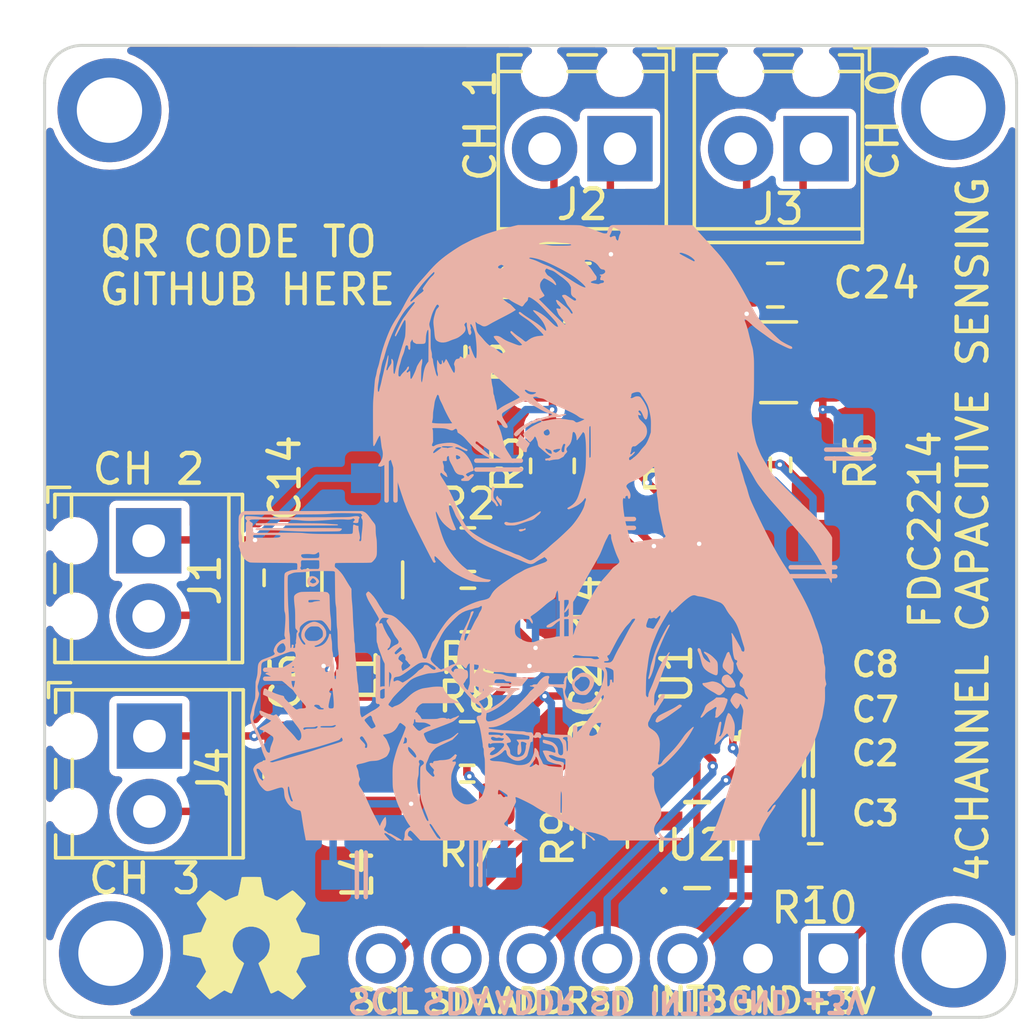
<source format=kicad_pcb>
(kicad_pcb (version 20221018) (generator pcbnew)
  (layers (0 "F.Cu" signal) (31 "B.Cu" signal) (34 "B.Paste" user) (35 "F.Paste" user) (36 "B.SilkS" user "B.Silkscreen") (37 "F.SilkS" user "F.Silkscreen") (38 "B.Mask" user) (39 "F.Mask" user) (44 "Edge.Cuts" user))
  (net 0 "")
  (net 1 "In2A")
  (net 2 "GND")
  (net 3 "VDD")
  (net 4 "In2B")
  (net 5 "Net-(J1-Pin_2)")
  (net 6 "Net-(J4-Pin_2)")
  (net 7 "Net-(J4-Pin_1)")
  (net 8 "In3A")
  (net 9 "In3B")
  (net 10 "Net-(J1-Pin_1)")
  (net 11 "In1A")
  (net 12 "In1B")
  (net 13 "Net-(J2-Pin_2)")
  (net 14 "Net-(J2-Pin_1)")
  (net 15 "In0A")
  (net 16 "In0B")
  (net 17 "Net-(J3-Pin_2)")
  (net 18 "Net-(J3-Pin_1)")
  (net 19 "INTB")
  (net 20 "SD")
  (net 21 "ADDR")
  (net 22 "SDA")
  (net 23 "SCL")
  (net 24 "Net-(U2-EOH)")
  (net 25 "Net-(U1-CLKIN)")
  (net 26 "Crystal_Out")
  (footprint "Resistor_SMD:R_0805_2012Metric_Pad1.20x1.40mm_HandSolder" (layer "F.Cu") (at 178.2646 126.0298 180)
    (fp_text reference "R7" (at 0 -1.6052) (layer "F.SilkS"))
    (fp_text value "0")
    (pad "1" smd roundrect (at -1 0 180) (size 1.2 1.4) (layers "F.Cu" "F.Paste" "F.Mask") (roundrect_rratio 0.2083333333) (net 8 "In3A"))
    (pad "2" smd roundrect (at 1 0 180) (size 1.2 1.4) (layers "F.Cu" "F.Paste" "F.Mask") (roundrect_rratio 0.2083333333) (net 6 "Net-(J4-Pin_2)"))
  )
  (footprint "TerminalBlock_Phoenix:TerminalBlock_Phoenix_MPT-0,5-2-2.54_1x02_P2.54mm_Horizontal" (layer "F.Cu") (at 167.5638 123.7488 -90)
    (fp_text reference "J4" (at 1.2242 -2.1516 90) (layer "F.SilkS"))
    (fp_text value "Sensor_3")
    (pad "" np_thru_hole circle (at 0 2.54 270) (size 1.1 1.1) (drill 1.1) (layers "*.Cu" "*.Mask"))
    (pad "" np_thru_hole circle (at 2.54 2.54 270) (size 1.1 1.1) (drill 1.1) (layers "*.Cu" "*.Mask"))
    (pad "1" thru_hole rect (at 0 0 270) (size 2.2 2.2) (drill 1.1) (layers "*.Cu" "*.Mask") (net 7 "Net-(J4-Pin_1)"))
    (pad "2" thru_hole circle (at 2.54 0 270) (size 2.2 2.2) (drill 1.1) (layers "*.Cu" "*.Mask") (net 6 "Net-(J4-Pin_2)"))
  )
  (footprint "PCM_4ms_Capacitor:C_0603" (layer "F.Cu") (at 189.7634 121.3104 180)
    (fp_text reference "C8" (at -2.2488 -0.0254) (layer "F.SilkS") (effects (font (size 0.8 0.8))))
    (fp_text value "0.01uf" hide)
    (pad "1" smd rect (at -0.85 0 180) (size 1 1) (layers "F.Cu" "F.Paste" "F.Mask") (net 2 "GND"))
    (pad "2" smd rect (at 0.85 0 180) (size 1 1) (layers "F.Cu" "F.Paste" "F.Mask") (net 3 "VDD"))
  )
  (footprint "PCM_4ms_Capacitor:C_0603" (layer "F.Cu") (at 189.7614 124.3408 180)
    (fp_text reference "C2" (at -2.2508 0.0078) (layer "F.SilkS") (effects (font (size 0.8 0.8))))
    (fp_text value "1uf" hide)
    (pad "1" smd rect (at -0.85 0 180) (size 1 1) (layers "F.Cu" "F.Paste" "F.Mask") (net 2 "GND"))
    (pad "2" smd rect (at 0.85 0 180) (size 1 1) (layers "F.Cu" "F.Paste" "F.Mask") (net 3 "VDD"))
  )
  (footprint "Resistor_SMD:R_0805_2012Metric_Pad1.20x1.40mm_HandSolder" (layer "F.Cu") (at 178.29 117.47 180)
    (fp_text reference "R2" (at 0.0328 1.5444) (layer "F.SilkS"))
    (fp_text value "0")
    (pad "1" smd roundrect (at -1 0 180) (size 1.2 1.4) (layers "F.Cu" "F.Paste" "F.Mask") (roundrect_rratio 0.2083333333) (net 4 "In2B"))
    (pad "2" smd roundrect (at 1 0 180) (size 1.2 1.4) (layers "F.Cu" "F.Paste" "F.Mask") (roundrect_rratio 0.2083333333) (net 10 "Net-(J1-Pin_1)"))
  )
  (footprint "TerminalBlock_Phoenix:TerminalBlock_Phoenix_MPT-0,5-2-2.54_1x02_P2.54mm_Horizontal" (layer "F.Cu") (at 167.5384 117.1702 -90)
    (fp_text reference "J1" (at 1.3208 -1.905 90) (layer "F.SilkS"))
    (fp_text value "Sensor_2")
    (pad "" np_thru_hole circle (at 0 2.54 270) (size 1.1 1.1) (drill 1.1) (layers "*.Cu" "*.Mask"))
    (pad "" np_thru_hole circle (at 2.54 2.54 270) (size 1.1 1.1) (drill 1.1) (layers "*.Cu" "*.Mask"))
    (pad "1" thru_hole rect (at 0 0 270) (size 2.2 2.2) (drill 1.1) (layers "*.Cu" "*.Mask") (net 10 "Net-(J1-Pin_1)"))
    (pad "2" thru_hole circle (at 2.54 0 270) (size 2.2 2.2) (drill 1.1) (layers "*.Cu" "*.Mask") (net 5 "Net-(J1-Pin_2)"))
  )
  (footprint "Capacitor_SMD:C_0805_2012Metric_Pad1.18x1.45mm_HandSolder" (layer "F.Cu") (at 172.1612 118.4148 90)
    (fp_text reference "C14" (at 3.3478 -0.0328 90) (layer "F.SilkS"))
    (fp_text value "33pF")
    (pad "1" smd roundrect (at -1.0375 0 90) (size 1.175 1.45) (layers "F.Cu" "F.Paste" "F.Mask") (roundrect_rratio 0.2127659574) (net 5 "Net-(J1-Pin_2)"))
    (pad "2" smd roundrect (at 1.0375 0 90) (size 1.175 1.45) (layers "F.Cu" "F.Paste" "F.Mask") (roundrect_rratio 0.2127659574) (net 10 "Net-(J1-Pin_1)"))
  )
  (footprint "MountingHole:MountingHole_2.2mm_M2_ISO7380_Pad" (layer "F.Cu") (at 166.2684 131.064)
    (fp_text reference "REF**" hide)
    (fp_text value "MountingHole_2.2mm_M2_ISO7380_Pad" hide)
    (pad "1" thru_hole circle (at 0 0) (size 3.5 3.5) (drill 2.2) (layers "*.Cu" "*.Mask"))
  )
  (footprint "Connector_PinHeader_2.54mm:PinHeader_1x07_P2.54mm_Vertical" (layer "F.Cu") (at 190.6016 131.2418 -90)
    (fp_text reference "J5" hide)
    (fp_text value "I/O")
    (pad "1" thru_hole rect (at 0 0 270) (size 1.7 1.7) (drill 1) (layers "*.Cu" "*.Mask") (net 3 "VDD"))
    (pad "2" thru_hole oval (at 0 2.54 270) (size 1.7 1.7) (drill 1) (layers "*.Cu" "*.Mask") (net 2 "GND"))
    (pad "3" thru_hole oval (at 0 5.08 270) (size 1.7 1.7) (drill 1) (layers "*.Cu" "*.Mask") (net 19 "INTB"))
    (pad "4" thru_hole oval (at 0 7.62 270) (size 1.7 1.7) (drill 1) (layers "*.Cu" "*.Mask") (net 20 "SD"))
    (pad "5" thru_hole oval (at 0 10.16 270) (size 1.7 1.7) (drill 1) (layers "*.Cu" "*.Mask") (net 21 "ADDR"))
    (pad "6" thru_hole oval (at 0 12.7 270) (size 1.7 1.7) (drill 1) (layers "*.Cu" "*.Mask") (net 22 "SDA"))
    (pad "7" thru_hole oval (at 0 15.24 270) (size 1.7 1.7) (drill 1) (layers "*.Cu" "*.Mask") (net 23 "SCL"))
  )
  (footprint "Capacitor_SMD:C_0805_2012Metric_Pad1.18x1.45mm_HandSolder" (layer "F.Cu") (at 188.6458 108.5596)
    (fp_text reference "C24" (at 3.4036 -0.0762) (layer "F.SilkS"))
    (fp_text value "33pF")
    (pad "1" smd roundrect (at -1.0375 0) (size 1.175 1.45) (layers "F.Cu" "F.Paste" "F.Mask") (roundrect_rratio 0.2127659574) (net 17 "Net-(J3-Pin_2)"))
    (pad "2" smd roundrect (at 1.0375 0) (size 1.175 1.45) (layers "F.Cu" "F.Paste" "F.Mask") (roundrect_rratio 0.2127659574) (net 18 "Net-(J3-Pin_1)"))
  )
  (footprint "MountingHole:MountingHole_2.2mm_M2_ISO7380_Pad" (layer "F.Cu") (at 166.2176 102.6668)
    (fp_text reference "REF**" hide)
    (fp_text value "MountingHole_2.2mm_M2_ISO7380_Pad" hide)
    (pad "1" thru_hole circle (at 0 0) (size 3.5 3.5) (drill 2.2) (layers "*.Cu" "*.Mask"))
  )
  (footprint "FDC2214:RGH0016A" (layer "F.Cu") (at 185.318403 121.6492 90)
    (fp_text reference "U1" (at 0 0 90 unlocked) (layer "F.SilkS"))
    (fp_text value "FDC2214RGHT" hide)
    (fp_text user "FDC2214" (at 0 -3.048003 90 unlocked) (layer "F.SilkS"))
    (pad "1" smd rect (at -1.899999 -0.750001 180) (size 0.249999 0.599999) (layers "F.Cu" "F.Paste" "F.Mask") (net 23 "SCL"))
    (pad "2" smd rect (at -1.899999 -0.250002 180) (size 0.249999 0.599999) (layers "F.Cu" "F.Paste" "F.Mask") (net 22 "SDA"))
    (pad "3" smd rect (at -1.899999 0.25 180) (size 0.249999 0.599999) (layers "F.Cu" "F.Paste" "F.Mask") (net 25 "Net-(U1-CLKIN)"))
    (pad "4" smd rect (at -1.899999 0.749998 180) (size 0.249999 0.599999) (layers "F.Cu" "F.Paste" "F.Mask") (net 21 "ADDR"))
    (pad "5" smd rect (at -0.749998 1.899999 90) (size 0.249999 0.599999) (layers "F.Cu" "F.Paste" "F.Mask") (net 19 "INTB"))
    (pad "6" smd rect (at -0.25 1.899999 90) (size 0.249999 0.599999) (layers "F.Cu" "F.Paste" "F.Mask") (net 20 "SD"))
    (pad "7" smd rect (at 0.250002 1.899999 90) (size 0.249999 0.599999) (layers "F.Cu" "F.Paste" "F.Mask") (net 3 "VDD"))
    (pad "8" smd rect (at 0.750001 1.899999 90) (size 0.249999 0.599999) (layers "F.Cu" "F.Paste" "F.Mask") (net 2 "GND"))
    (pad "9" smd rect (at 1.900001 0.749998 180) (size 0.249999 0.599999) (layers "F.Cu" "F.Paste" "F.Mask") (net 15 "In0A"))
    (pad "10" smd rect (at 1.900001 0.25 180) (size 0.249999 0.599999) (layers "F.Cu" "F.Paste" "F.Mask") (net 16 "In0B"))
    (pad "11" smd rect (at 1.900001 -0.250002 180) (size 0.249999 0.599999) (layers "F.Cu" "F.Paste" "F.Mask") (net 11 "In1A"))
    (pad "12" smd rect (at 1.900001 -0.750001 180) (size 0.249999 0.599999) (layers "F.Cu" "F.Paste" "F.Mask") (net 12 "In1B"))
    (pad "13" smd rect (at 0.750001 -1.900001 90) (size 0.249999 0.599999) (layers "F.Cu" "F.Paste" "F.Mask") (net 1 "In2A"))
    (pad "14" smd rect (at 0.250002 -1.900001 90) (size 0.249999 0.599999) (layers "F.Cu" "F.Paste" "F.Mask") (net 4 "In2B"))
    (pad "15" smd rect (at -0.25 -1.900001 90) (size 0.249999 0.599999) (layers "F.Cu" "F.Paste" "F.Mask") (net 8 "In3A"))
    (pad "16" smd rect (at -0.749998 -1.900001 90) (size 0.249999 0.599999) (layers "F.Cu" "F.Paste" "F.Mask") (net 9 "In3B"))
    (pad "17" smd rect (at 0 -0.000003 90) (size 2.6 2.6) (layers "F.Cu" "F.Mask") (net 2 "GND"))
  )
  (footprint "Symbol:OSHW-Logo2_7.3x6mm_SilkScreen" (layer "F.Cu") (at 170.9928 131.252686)
    (fp_text reference "REF**" hide)
    (fp_text value "OSHW-Logo2_7.3x6mm_SilkScreen" hide)
  )
  (footprint "Resistor_SMD:R_0805_2012Metric_Pad1.20x1.40mm_HandSolder" (layer "F.Cu") (at 178.2646 123.9978 180)
    (fp_text reference "R8" (at 0.0074 1.5698) (layer "F.SilkS"))
    (fp_text value "0")
    (pad "1" smd roundrect (at -1 0 180) (size 1.2 1.4) (layers "F.Cu" "F.Paste" "F.Mask") (roundrect_rratio 0.2083333333) (net 9 "In3B"))
    (pad "2" smd roundrect (at 1 0 180) (size 1.2 1.4) (layers "F.Cu" "F.Paste" "F.Mask") (roundrect_rratio 0.2083333333) (net 7 "Net-(J4-Pin_1)"))
  )
  (footprint "Resistor_SMD:R_0805_2012Metric_Pad1.20x1.40mm_HandSolder" (layer "F.Cu") (at 181.1385 114.6462 90)
    (fp_text reference "R3" (at 0.0668 -1.5097 90) (layer "F.SilkS"))
    (fp_text value "0")
    (pad "1" smd roundrect (at -1 0 90) (size 1.2 1.4) (layers "F.Cu" "F.Paste" "F.Mask") (roundrect_rratio 0.2083333333) (net 11 "In1A"))
    (pad "2" smd roundrect (at 1 0 90) (size 1.2 1.4) (layers "F.Cu" "F.Paste" "F.Mask") (roundrect_rratio 0.2083333333) (net 13 "Net-(J2-Pin_2)"))
  )
  (footprint "TerminalBlock_Phoenix:TerminalBlock_Phoenix_MPT-0,5-2-2.54_1x02_P2.54mm_Horizontal" (layer "F.Cu") (at 190.0174 103.9622 180)
    (fp_text reference "J3" (at 1.27 -2.032) (layer "F.SilkS"))
    (fp_text value "Sensor_0")
    (pad "" np_thru_hole circle (at 0 2.54 180) (size 1.1 1.1) (drill 1.1) (layers "*.Cu" "*.Mask"))
    (pad "" np_thru_hole circle (at 2.54 2.54 180) (size 1.1 1.1) (drill 1.1) (layers "*.Cu" "*.Mask"))
    (pad "1" thru_hole rect (at 0 0 180) (size 2.2 2.2) (drill 1.1) (layers "*.Cu" "*.Mask") (net 18 "Net-(J3-Pin_1)"))
    (pad "2" thru_hole circle (at 2.54 0 180) (size 2.2 2.2) (drill 1.1) (layers "*.Cu" "*.Mask") (net 17 "Net-(J3-Pin_2)"))
  )
  (footprint "Capacitor_SMD:C_0805_2012Metric_Pad1.18x1.45mm_HandSolder" (layer "F.Cu") (at 182.1434 108.5596)
    (fp_text reference "C19" (at -3.4249 -0.0574) (layer "F.SilkS"))
    (fp_text value "33pF")
    (pad "1" smd roundrect (at -1.0375 0) (size 1.175 1.45) (layers "F.Cu" "F.Paste" "F.Mask") (roundrect_rratio 0.2127659574) (net 13 "Net-(J2-Pin_2)"))
    (pad "2" smd roundrect (at 1.0375 0) (size 1.175 1.45) (layers "F.Cu" "F.Paste" "F.Mask") (roundrect_rratio 0.2127659574) (net 14 "Net-(J2-Pin_1)"))
  )
  (footprint "TerminalBlock_Phoenix:TerminalBlock_Phoenix_MPT-0,5-2-2.54_1x02_P2.54mm_Horizontal" (layer "F.Cu") (at 183.4134 103.9622 180)
    (fp_text reference "J2" (at 1.27 -1.8796 180) (layer "F.SilkS"))
    (fp_text value "Sensor_1")
    (pad "" np_thru_hole circle (at 0 2.54 180) (size 1.1 1.1) (drill 1.1) (layers "*.Cu" "*.Mask"))
    (pad "" np_thru_hole circle (at 2.54 2.54 180) (size 1.1 1.1) (drill 1.1) (layers "*.Cu" "*.Mask"))
    (pad "1" thru_hole rect (at 0 0 180) (size 2.2 2.2) (drill 1.1) (layers "*.Cu" "*.Mask") (net 14 "Net-(J2-Pin_1)"))
    (pad "2" thru_hole circle (at 2.54 0 180) (size 2.2 2.2) (drill 1.1) (layers "*.Cu" "*.Mask") (net 13 "Net-(J2-Pin_2)"))
  )
  (footprint "Resistor_SMD:R_0805_2012Metric_Pad1.20x1.40mm_HandSolder" (layer "F.Cu") (at 178.29 119.502 180)
    (fp_text reference "R1" (at -0.018 -1.6306) (layer "F.SilkS"))
    (fp_text value "0")
    (pad "1" smd roundrect (at -1 0 180) (size 1.2 1.4) (layers "F.Cu" "F.Paste" "F.Mask") (roundrect_rratio 0.2083333333) (net 1 "In2A"))
    (pad "2" smd roundrect (at 1 0 180) (size 1.2 1.4) (layers "F.Cu" "F.Paste" "F.Mask") (roundrect_rratio 0.2083333333) (net 5 "Net-(J1-Pin_2)"))
  )
  (footprint "Resistor_SMD:R_0805_2012Metric_Pad1.20x1.40mm_HandSolder" (layer "F.Cu") (at 189.9015 114.6114 90)
    (fp_text reference "R6" (at 0.1336 1.6145 90) (layer "F.SilkS"))
    (fp_text value "0")
    (pad "1" smd roundrect (at -1 0 90) (size 1.2 1.4) (layers "F.Cu" "F.Paste" "F.Mask") (roundrect_rratio 0.2083333333) (net 16 "In0B"))
    (pad "2" smd roundrect (at 1 0 90) (size 1.2 1.4) (layers "F.Cu" "F.Paste" "F.Mask") (roundrect_rratio 0.2083333333) (net 18 "Net-(J3-Pin_1)"))
  )
  (footprint "Capacitor_SMD:C_0805_2012Metric_Pad1.18x1.45mm_HandSolder" (layer "F.Cu") (at 172.1612 124.8879 90)
    (fp_text reference "C6" (at 2.9668 -0.0074 90) (layer "F.SilkS"))
    (fp_text value "33pF")
    (pad "1" smd roundrect (at -1.0375 0 90) (size 1.175 1.45) (layers "F.Cu" "F.Paste" "F.Mask") (roundrect_rratio 0.2127659574) (net 6 "Net-(J4-Pin_2)"))
    (pad "2" smd roundrect (at 1.0375 0 90) (size 1.175 1.45) (layers "F.Cu" "F.Paste" "F.Mask") (roundrect_rratio 0.2127659574) (net 7 "Net-(J4-Pin_1)"))
  )
  (footprint "625L3C040M00000:IC_625L3C040M00000_CTS-M" (layer "F.Cu") (at 186.01 127.42)
    (fp_text reference "U2" (at 0 0 unlocked) (layer "F.SilkS"))
    (fp_text value "625L3C040M00000")
    (pad "1" smd rect (at -0.9906 -0.8125) (size 0.9906 0.635) (layers "F.Cu" "F.Paste" "F.Mask") (net 24 "Net-(U2-EOH)"))
    (pad "2" smd rect (at -0.9906 0.8125) (size 0.9906 0.635) (layers "F.Cu" "F.Paste" "F.Mask") (net 2 "GND"))
    (pad "3" smd rect (at 0.9906 0.8125) (size 0.9906 0.635) (layers "F.Cu" "F.Paste" "F.Mask") (net 26 "Crystal_Out"))
    (pad "4" smd rect (at 0.9906 -0.8125) (size 0.9906 0.635) (layers "F.Cu" "F.Paste" "F.Mask") (net 3 "VDD"))
  )
  (footprint "Resistor_SMD:R_0805_2012Metric_Pad1.20x1.40mm_HandSolder" (layer "F.Cu") (at 183.1705 114.6462 90)
    (fp_text reference "R4" (at 0.016 1.6399 90) (layer "F.SilkS"))
    (fp_text value "0")
    (pad "1" smd roundrect (at -1 0 90) (size 1.2 1.4) (layers "F.Cu" "F.Paste" "F.Mask") (roundrect_rratio 0.2083333333) (net 12 "In1B"))
    (pad "2" smd roundrect (at 1 0 90) (size 1.2 1.4) (layers "F.Cu" "F.Paste" "F.Mask") (roundrect_rratio 0.2083333333) (net 14 "Net-(J2-Pin_1)"))
  )
  (footprint "Inductor_SMD:L_1210_3225Metric_Pad1.42x2.65mm_HandSolder" (layer "F.Cu") (at 188.7585 111.157)
    (fp_text reference "L3" (at -3.2877 0.0188) (layer "F.SilkS"))
    (fp_text value "18uH")
    (pad "1" smd roundrect (at -1.4875 0) (size 1.425 2.65) (layers "F.Cu" "F.Paste" "F.Mask") (roundrect_rratio 0.1754392982) (net 17 "Net-(J3-Pin_2)"))
    (pad "2" smd roundrect (at 1.4875 0) (size 1.425 2.65) (layers "F.Cu" "F.Paste" "F.Mask") (roundrect_rratio 0.1754392982) (net 18 "Net-(J3-Pin_1)"))
  )
  (footprint "MountingHole:MountingHole_2.2mm_M2_ISO7380_Pad" (layer "F.Cu") (at 194.6402 102.5906)
    (fp_text reference "REF**" hide)
    (fp_text value "MountingHole_2.2mm_M2_ISO7380_Pad" hide)
    (pad "1" thru_hole circle (at 0 0) (size 3.5 3.5) (drill 2.2) (layers "*.Cu" "*.Mask"))
  )
  (footprint "Resistor_SMD:R_0805_2012Metric_Pad1.20x1.40mm_HandSolder" (layer "F.Cu") (at 182.93 127.27 90)
    (fp_text reference "R9" (at 0.0922 -1.5994 90) (layer "F.SilkS"))
    (fp_text value "0")
    (pad "1" smd roundrect (at -1 0 90) (size 1.2 1.4) (layers "F.Cu" "F.Paste" "F.Mask") (roundrect_rratio 0.2083333333) (net 2 "GND"))
    (pad "2" smd roundrect (at 1 0 90) (size 1.2 1.4) (layers "F.Cu" "F.Paste" "F.Mask") (roundrect_rratio 0.2083333333) (net 24 "Net-(U2-EOH)"))
  )
  (footprint "Resistor_SMD:R_0805_2012Metric_Pad1.20x1.40mm_HandSolder" (layer "F.Cu") (at 187.7425 114.6114 90)
    (fp_text reference "R5" (at -0.016 -1.5097 90) (layer "F.SilkS"))
    (fp_text value "0")
    (pad "1" smd roundrect (at -1 0 90) (size 1.2 1.4) (layers "F.Cu" "F.Paste" "F.Mask") (roundrect_rratio 0.2083333333) (net 15 "In0A"))
    (pad "2" smd roundrect (at 1 0 90) (size 1.2 1.4) (layers "F.Cu" "F.Paste" "F.Mask") (roundrect_rratio 0.2083333333) (net 17 "Net-(J3-Pin_2)"))
  )
  (footprint "Inductor_SMD:L_1210_3225Metric_Pad1.42x2.65mm_HandSolder" (layer "F.Cu") (at 182.1545 111.157)
    (fp_text reference "L2" (at -3.302 0.0254) (layer "F.SilkS"))
    (fp_text value "18uH")
    (pad "1" smd roundrect (at -1.4875 0) (size 1.425 2.65) (layers "F.Cu" "F.Paste" "F.Mask") (roundrect_rratio 0.1754392982) (net 13 "Net-(J2-Pin_2)"))
    (pad "2" smd roundrect (at 1.4875 0) (size 1.425 2.65) (layers "F.Cu" "F.Paste" "F.Mask") (roundrect_rratio 0.1754392982) (net 14 "Net-(J2-Pin_1)"))
  )
  (footprint "Resistor_SMD:R_0805_2012Metric_Pad1.20x1.40mm_HandSolder" (layer "F.Cu") (at 189.99 128.11 180)
    (fp_text reference "R10" (at 0.0234 -1.43 180) (layer "F.SilkS"))
    (fp_text value "0")
    (pad "1" smd roundrect (at -1 0 180) (size 1.2 1.4) (layers "F.Cu" "F.Paste" "F.Mask") (roundrect_rratio 0.2083333333) (net 25 "Net-(U1-CLKIN)"))
    (pad "2" smd roundrect (at 1 0 180) (size 1.2 1.4) (layers "F.Cu" "F.Paste" "F.Mask") (roundrect_rratio 0.2083333333) (net 26 "Crystal_Out"))
  )
  (footprint "MountingHole:MountingHole_2.2mm_M2_ISO7380_Pad" (layer "F.Cu") (at 194.6656 131.1402)
    (fp_text reference "REF**" hide)
    (fp_text value "MountingHole_2.2mm_M2_ISO7380_Pad" hide)
    (pad "1" thru_hole circle (at 0 0) (size 3.5 3.5) (drill 2.2) (layers "*.Cu" "*.Mask"))
  )
  (footprint "Inductor_SMD:L_1210_3225Metric_Pad1.42x2.65mm_HandSolder" (layer "F.Cu") (at 174.734 125.0138 90)
    (fp_text reference "L4" (at -3.3578 -0.1598 90) (layer "F.SilkS"))
    (fp_text value "18uH")
    (pad "1" smd roundrect (at -1.4875 0 90) (size 1.425 2.65) (layers "F.Cu" "F.Paste" "F.Mask") (roundrect_rratio 0.1754392982) (net 6 "Net-(J4-Pin_2)"))
    (pad "2" smd roundrect (at 1.4875 0 90) (size 1.425 2.65) (layers "F.Cu" "F.Paste" "F.Mask") (roundrect_rratio 0.1754392982) (net 7 "Net-(J4-Pin_1)"))
  )
  (footprint "PCM_4ms_Capacitor:C_0603" (layer "F.Cu") (at 189.7634 126.3396)
    (fp_text reference "C3" (at 2.2508 0.0176) (layer "F.SilkS") (effects (font (size 0.8 0.8))))
    (fp_text value "0.01 uf" hide)
    (pad "1" smd rect (at -0.85 0) (size 1 1) (layers "F.Cu" "F.Paste" "F.Mask") (net 3 "VDD"))
    (pad "2" smd rect (at 0.85 0) (size 1 1) (layers "F.Cu" "F.Paste" "F.Mask") (net 2 "GND"))
  )
  (footprint "Inductor_SMD:L_1210_3225Metric_Pad1.42x2.65mm_HandSolder" (layer "F.Cu") (at 174.734 118.486 90)
    (fp_text reference "L1" (at -3.2308 -0.0074 90) (layer "F.SilkS"))
    (fp_text value "18uH")
    (pad "1" smd roundrect (at -1.4875 0 90) (size 1.425 2.65) (layers "F.Cu" "F.Paste" "F.Mask") (roundrect_rratio 0.1754392982) (net 5 "Net-(J1-Pin_2)"))
    (pad "2" smd roundrect (at 1.4875 0 90) (size 1.425 2.65) (layers "F.Cu" "F.Paste" "F.Mask") (roundrect_rratio 0.1754392982) (net 10 "Net-(J1-Pin_1)"))
  )
  (footprint "PCM_4ms_Capacitor:C_0603" (layer "F.Cu") (at 189.7634 122.8344 180)
    (fp_text reference "C7" (at -2.2488 -0.0254) (layer "F.SilkS") (effects (font (size 0.8 0.8))))
    (fp_text value "0.1uf" hide)
    (pad "1" smd rect (at -0.85 0 180) (size 1 1) (layers "F.Cu" "F.Paste" "F.Mask") (net 2 "GND"))
    (pad "2" smd rect (at 0.85 0 180) (size 1 1) (layers "F.Cu" "F.Paste" "F.Mask") (net 3 "VDD"))
  )
  (footprint "PCM_4ms_Capacitor:C_0603" (layer "B.Cu") (at 175.4124 121.8438)
    (fp_text reference "C5" hide)
    (fp_text value "18pF" hide)
    (pad "1" smd rect (at -0.85 0) (size 1 1) (layers "B.Cu" "B.Paste" "B.Mask") (net 5 "Net-(J1-Pin_2)"))
    (pad "2" smd rect (at 0.85 0) (size 1 1) (layers "B.Cu" "B.Paste" "B.Mask") (net 2 "GND"))
  )
  (footprint "PCM_4ms_Capacitor:C_0603" (layer "B.Cu") (at 175.702 115.062 180)
    (fp_text reference "C13" hide)
    (fp_text value "18pF" hide)
    (pad "1" smd rect (at -0.85 0 180) (size 1 1) (layers "B.Cu" "B.Paste" "B.Mask") (net 2 "GND"))
    (pad "2" smd rect (at 0.85 0 180) (size 1 1) (layers "B.Cu" "B.Paste" "B.Mask") (net 10 "Net-(J1-Pin_1)"))
  )
  (footprint "PCM_4ms_Capacitor:C_0603" (layer "B.Cu") (at 187.706 118.364 -90)
    (fp_text reference "C20" hide)
    (fp_text value "18pF" hide)
    (pad "1" smd rect (at -0.85 0 270) (size 1 1) (layers "B.Cu" "B.Paste" "B.Mask") (net 15 "In0A"))
    (pad "2" smd rect (at 0.85 0 270) (size 1 1) (layers "B.Cu" "B.Paste" "B.Mask") (net 2 "GND"))
  )
  (footprint "PCM_4ms_Capacitor:C_0603" (layer "B.Cu") (at 174.7012 128.4224)
    (fp_text reference "C11" hide)
    (fp_text value "18pF" hide)
    (pad "1" smd rect (at -0.85 0) (size 1 1) (layers "B.Cu" "B.Paste" "B.Mask") (net 6 "Net-(J4-Pin_2)"))
    (pad "2" smd rect (at 0.85 0) (size 1 1) (layers "B.Cu" "B.Paste" "B.Mask") (net 2 "GND"))
  )
  (footprint "PCM_4ms_Capacitor:C_0603" (layer "B.Cu") (at 181.61 119.634)
    (fp_text reference "C1" hide)
    (fp_text value "18pF" hide)
    (pad "1" smd rect (at -0.85 0) (size 1 1) (layers "B.Cu" "B.Paste" "B.Mask") (net 1 "In2A"))
    (pad "2" smd rect (at 0.85 0) (size 1 1) (layers "B.Cu" "B.Paste" "B.Mask") (net 2 "GND"))
  )
  (footprint "PCM_4ms_Capacitor:C_0603" (layer "B.Cu") (at 183.134 116.586 -90)
    (fp_text reference "C16" hide)
    (fp_text value "18pF" hide)
    (pad "1" smd rect (at -0.85 0 270) (size 1 1) (layers "B.Cu" "B.Paste" "B.Mask") (net 2 "GND"))
    (pad "2" smd rect (at 0.85 0 270) (size 1 1) (layers "B.Cu" "B.Paste" "B.Mask") (net 12 "In1B"))
  )
  (footprint "PCM_4ms_Capacitor:C_0603" (layer "B.Cu") (at 178.562 128.016 180)
    (fp_text reference "C9" hide)
    (fp_text value "18pF" hide)
    (pad "1" smd rect (at -0.85 0 180) (size 1 1) (layers "B.Cu" "B.Paste" "B.Mask") (net 8 "In3A"))
    (pad "2" smd rect (at 0.85 0 180) (size 1 1) (layers "B.Cu" "B.Paste" "B.Mask") (net 2 "GND"))
  )
  (footprint "PCM_4ms_Capacitor:C_0603" (layer "B.Cu") (at 189.9158 118.2116 90)
    (fp_text reference "C21" hide)
    (fp_text value "18pF" hide)
    (pad "1" smd rect (at -0.85 0 90) (size 1 1) (layers "B.Cu" "B.Paste" "B.Mask") (net 2 "GND"))
    (pad "2" smd rect (at 0.85 0 90) (size 1 1) (layers "B.Cu" "B.Paste" "B.Mask") (net 16 "In0B"))
  )
  (footprint "PCM_4ms_Capacitor:C_0603" (layer "B.Cu") (at 182.052 124.206 180)
    (fp_text reference "C10" hide)
    (fp_text value "18pF" hide)
    (pad "1" smd rect (at -0.85 0 180) (size 1 1) (layers "B.Cu" "B.Paste" "B.Mask") (net 2 "GND"))
    (pad "2" smd rect (at 0.85 0 180) (size 1 1) (layers "B.Cu" "B.Paste" "B.Mask") (net 9 "In3B"))
  )
  (footprint "PCM_4ms_Capacitor:C_0603" (layer "B.Cu") (at 179.324 114.62 -90)
    (fp_text reference "C17" hide)
    (fp_text value "18pF" hide)
    (pad "1" smd rect (at -0.85 0 270) (size 1 1) (layers "B.Cu" "B.Paste" "B.Mask") (net 13 "Net-(J2-Pin_2)"))
    (pad "2" smd rect (at 0.85 0 270) (size 1 1) (layers "B.Cu" "B.Paste" "B.Mask") (net 2 "GND"))
  )
  (footprint "PCM_4ms_Capacitor:C_0603" (layer "B.Cu") (at 185.4708 114.874 -90)
    (fp_text reference "C15" hide)
    (fp_text value "18pF" hide)
    (pad "1" smd rect (at -0.85 0 270) (size 1 1) (layers "B.Cu" "B.Paste" "B.Mask") (net 11 "In1A"))
    (pad "2" smd rect (at 0.85 0 270) (size 1 1) (layers "B.Cu" "B.Paste" "B.Mask") (net 2 "GND"))
  )
  (footprint "PCM_4ms_Capacitor:C_0603" (layer "B.Cu") (at 185.42 108.458 180)
    (fp_text reference "C18" hide)
    (fp_text value "18pF" hide)
    (pad "1" smd rect (at -0.85 0 180) (size 1 1) (layers "B.Cu" "B.Paste" "B.Mask") (net 2 "GND"))
    (pad "2" smd rect (at 0.85 0 180) (size 1 1) (layers "B.Cu" "B.Paste" "B.Mask") (net 14 "Net-(J2-Pin_1)"))
  )
  (footprint "PCM_4ms_Capacitor:C_0603" (layer "B.Cu") (at 185.4708 111.7092 -90)
    (fp_text reference "C22" hide)
    (fp_text value "18pF" hide)
    (pad "1" smd rect (at -0.85 0 270) (size 1 1) (layers "B.Cu" "B.Paste" "B.Mask") (net 17 "Net-(J3-Pin_2)"))
    (pad "2" smd rect (at 0.85 0 270) (size 1 1) (layers "B.Cu" "B.Paste" "B.Mask") (net 2 "GND"))
  )
  (footprint "PCM_4ms_Capacitor:C_0603" (layer "B.Cu") (at 172.212 121.666 -90)
    (fp_text reference "C12" hide)
    (fp_text value "18pF" hide)
    (pad "1" smd rect (at -0.85 0 270) (size 1 1) (layers "B.Cu" "B.Paste" "B.Mask") (net 2 "GND"))
    (pad "2" smd rect (at 0.85 0 270) (size 1 1) (layers "B.Cu" "B.Paste" "B.Mask") (net 7 "Net-(J4-Pin_1)"))
  )
  (footprint "Waifu_Material:Waifu_Material" (layer "B.Cu") (at 180.5686 116.8908 180)
    (fp_text reference "G***" hide)
    (fp_text value "LOGO" hide)
  )
  (footprint "PCM_4ms_Capacitor:C_0603" (layer "B.Cu") (at 178.5772 121.4628)
    (fp_text reference "C4" hide)
    (fp_text value "18pF" hide)
    (pad "1" smd rect (at -0.85 0) (size 1 1) (layers "B.Cu" "B.Paste" "B.Mask") (net 2 "GND"))
    (pad "2" smd rect (at 0.85 0) (size 1 1) (layers "B.Cu" "B.Paste" "B.Mask") (net 4 "In2B"))
  )
  (footprint "PCM_4ms_Capacitor:C_0603" (layer "B.Cu") (at 191.1096 114.2492 90)
    (fp_text reference "C23" hide)
    (fp_text value "18pF" hide)
    (pad "1" smd rect (at -0.85 0 90) (size 1 1) (layers "B.Cu" "B.Paste" "B.Mask") (net 2 "GND"))
    (pad "2" smd rect (at 0.85 0 90) (size 1 1) (layers "B.Cu" "B.Paste" "B.Mask") (net 18 "Net-(J3-Pin_1)"))
  )
  (gr_line (start 196.7738 101.7524) (end 196.7738 131.953) (stroke (width 0.1)) (layer "Edge.Cuts"))
  (gr_arc (start 195.5038 100.4824) (mid 196.401826 100.854374) (end 196.7738 101.7524) (stroke (width 0.1)) (layer "Edge.Cuts"))
  (gr_line (start 165.3032 100.4824) (end 195.5038 100.4824) (stroke (width 0.1)) (layer "Edge.Cuts"))
  (gr_arc (start 196.7738 131.953) (mid 196.401826 132.851026) (end 195.5038 133.223) (stroke (width 0.1)) (layer "Edge.Cuts"))
  (gr_line (start 195.5038 133.223) (end 165.3032 133.223) (stroke (width 0.1)) (layer "Edge.Cuts"))
  (gr_line (start 164.0332 131.953) (end 164.0332 101.7524) (stroke (width 0.1)) (layer "Edge.Cuts"))
  (gr_arc (start 164.0332 101.7524) (mid 164.405174 100.854374) (end 165.3032 100.4824) (stroke (width 0.1)) (layer "Edge.Cuts"))
  (gr_arc (start 165.3032 133.223) (mid 164.405174 132.851026) (end 164.0332 131.953) (stroke (width 0.1)) (layer "Edge.Cuts"))
  (gr_text "GND" (at 186.944 132.2832 180) (layer "B.SilkS") (effects (font (size 0.7 0.7)) (justify left bottom mirror)))
  (gr_text "ADDR" (at 179.1208 132.2832 180) (layer "B.SilkS") (effects (font (size 0.7 0.7)) (justify left bottom mirror)))
  (gr_text "SCL" (at 174.1424 132.1816 180) (layer "B.SilkS") (effects (font (size 0.8 0.8)) (justify left bottom mirror)))
  (gr_text "+3V" (at 189.4078 132.2832 180) (layer "B.SilkS") (effects (font (size 0.7 0.7)) (justify left bottom mirror)))
  (gr_text "INTB\n" (at 184.3024 132.3086 180) (layer "B.SilkS") (effects (font (size 0.7 0.7)) (justify left bottom mirror)))
  (gr_text "SD" (at 182.2958 132.3086 180) (layer "B.SilkS") (effects (font (size 0.7 0.7)) (justify left bottom mirror)))
  (gr_text "SDA" (at 176.657 132.1816 180) (layer "B.SilkS") (effects (font (size 0.8 0.8)) (justify left bottom mirror)))
  (gr_text "ADDR" (at 179.197 133.1468) (layer "F.SilkS") (effects (font (size 0.8 0.8)) (justify left bottom)))
  (gr_text "." (at 184.5564 129.1336) (layer "F.SilkS") (effects (font (size 1 1)) (justify left bottom)))
  (gr_text "GND" (at 187.0202 133.1214) (layer "F.SilkS") (effects (font (size 0.8 0.8)) (justify left bottom)))
  (gr_text "INTB\n" (at 184.3278 133.096) (layer "F.SilkS") (effects (font (size 0.8 0.8)) (justify left bottom)))
  (gr_text "SD" (at 182.2704 133.1468) (layer "F.SilkS") (effects (font (size 0.8 0.8)) (justify left bottom)))
  (gr_text "SDA" (at 176.8856 133.1468) (layer "F.SilkS") (effects (font (size 0.8 0.8)) (justify left bottom)))
  (gr_text "QR CODE TO \nGITHUB HERE" (at 165.7858 109.2962) (layer "F.SilkS") (effects (font (size 1 1)) (justify left bottom)))
  (gr_text "+3V" (at 189.484 133.1468) (layer "F.SilkS") (effects (font (size 0.8 0.8)) (justify left bottom)))
  (gr_text "SCL" (at 174.3202 133.1468) (layer "F.SilkS") (effects (font (size 0.8 0.8)) (justify left bottom)))
  (gr_text "CH 0" (at 192.8622 105.1306 90) (layer "F.SilkS") (effects (font (size 1 1)) (justify left bottom)))
  (gr_text "CH 3" (at 165.4302 129.1336) (layer "F.SilkS") (effects (font (size 1 1)) (justify left bottom)))
  (gr_text "FDC2214\n4CHANNEL CAPACITIVE SENSING" (at 195.8848 116.7892 90) (layer "F.SilkS") (effects (font (size 1 1)) (justify bottom)))
  (gr_text "CH 1" (at 179.2986 105.156 90) (layer "F.SilkS") (effects (font (size 1 1)) (justify left bottom)))
  (gr_text "CH 2" (at 165.5572 115.3414) (layer "F.SilkS") (effects (font (size 1 1)) (justify left bottom)))
  (segment (start 180.5686 120.7806) (end 180.5686 120.777) (width 0.25) (layer "F.Cu") (net 1))
  (segment (start 180.565 120.777) (end 179.29 119.502) (width 0.25) (layer "F.Cu") (net 1))
  (segment (start 183.418402 120.899199) (end 180.687199 120.899199) (width 0.25) (layer "F.Cu") (net 1))
  (segment (start 180.687199 120.899199) (end 180.5686 120.7806) (width 0.25) (layer "F.Cu") (net 1))
  (segment (start 180.5686 120.777) (end 180.565 120.777) (width 0.25) (layer "F.Cu") (net 1))
  (via micro (at 180.5686 120.777) (size 0.35) (drill 0.15) (layers "F.Cu" "B.Cu") (net 1))
  (segment (start 180.5686 119.7254) (end 180.66 119.634) (width 0.25) (layer "B.Cu") (net 1))
  (segment (start 180.5686 120.777) (end 180.5686 119.7254) (width 0.25) (layer "B.Cu") (net 1))
  (segment (start 190.5474 122.8598) (end 190.522 122.8344) (width 0.25) (layer "F.Cu") (net 2))
  (segment (start 193.0146 128.8542) (end 193.0146 126.1618) (width 0.25) (layer "F.Cu") (net 3))
  (segment (start 188.9134 121.730196) (end 188.9134 124.0966) (width 0.25) (layer "F.Cu") (net 3))
  (segment (start 192.2018 125.349) (end 189.904 125.349) (width 0.25) (layer "F.Cu") (net 3))
  (segment (start 189.904 125.349) (end 189.7384 125.5146) (width 0.25) (layer "F.Cu") (net 3))
  (segment (start 187.0006 126.6075) (end 188.8233 126.6075) (width 0.25) (layer "F.Cu") (net 3))
  (segment (start 188.582402 121.399198) (end 188.9134 121.730196) (width 0.25) (layer "F.Cu") (net 3))
  (segment (start 188.72 124.29) (end 188.72 124.4962) (width 0.25) (layer "F.Cu") (net 3))
  (segment (start 188.72 124.4962) (end 189.7384 125.5146) (width 0.25) (layer "F.Cu") (net 3))
  (segment (start 193.0146 126.1618) (end 192.2018 125.349) (width 0.25) (layer "F.Cu") (net 3))
  (segment (start 188.8233 126.6075) (end 189.2944 126.1364) (width 0.25) (layer "F.Cu") (net 3))
  (segment (start 189.7384 125.5146) (end 188.9134 126.3396) (width 0.25) (layer "F.Cu") (net 3))
  (segment (start 187.218402 121.399198) (end 188.582402 121.399198) (width 0.25) (layer "F.Cu") (net 3))
  (segment (start 190.6016 131.2672) (end 193.0146 128.8542) (width 0.25) (layer "F.Cu") (net 3))
  (segment (start 188.9134 124.0966) (end 188.72 124.29) (width 0.25) (layer "F.Cu") (net 3))
  (segment (start 178.2318 120.056973) (end 178.2318 118.5282) (width 0.25) (layer "F.Cu") (net 4))
  (segment (start 180.377998 121.399198) (end 180.3654 121.3866) (width 0.25) (layer "F.Cu") (net 4))
  (segment (start 179.574025 121.399198) (end 178.2318 120.056973) (width 0.25) (layer "F.Cu") (net 4))
  (segment (start 183.418402 121.399198) (end 180.377998 121.399198) (width 0.25) (layer "F.Cu") (net 4))
  (segment (start 180.352802 121.399198) (end 179.574025 121.399198) (width 0.25) (layer "F.Cu") (net 4))
  (segment (start 178.2318 118.5282) (end 179.29 117.47) (width 0.25) (layer "F.Cu") (net 4))
  (segment (start 180.3654 121.3866) (end 180.352802 121.399198) (width 0.25) (layer "F.Cu") (net 4))
  (via micro (at 180.3654 121.3866) (size 0.35) (drill 0.15) (layers "F.Cu" "B.Cu") (net 4))
  (segment (start 179.6034 121.3866) (end 179.5272 121.4628) (width 0.25) (layer "B.Cu") (net 4))
  (segment (start 180.3654 121.3866) (end 179.6034 121.3866) (width 0.25) (layer "B.Cu") (net 4))
  (segment (start 175.2055 119.502) (end 174.734 119.9735) (width 0.25) (layer "F.Cu") (net 5))
  (segment (start 174.734 119.9735) (end 174.0061 119.9735) (width 0.25) (layer "F.Cu") (net 5))
  (segment (start 174.3691 119.6086) (end 174.734 119.9735) (width 0.25) (layer "F.Cu") (net 5))
  (segment (start 171.9452 119.6086) (end 174.3691 119.6086) (width 0.25) (layer "F.Cu") (net 5))
  (segment (start 177.29 119.502) (end 175.2055 119.502) (width 0.25) (layer "F.Cu") (net 5))
  (segment (start 173.4312 120.5484) (end 173.4312 121.3866) (width 0.25) (layer "F.Cu") (net 5))
  (segment (start 174.0061 119.9735) (end 173.4312 120.5484) (width 0.25) (layer "F.Cu") (net 5))
  (segment (start 171.874 119.6798) (end 171.9452 119.6086) (width 0.25) (layer "F.Cu") (net 5))
  (segment (start 167.622 119.6798) (end 171.874 119.6798) (width 0.25) (layer "F.Cu") (net 5))
  (via micro (at 173.4312 121.3866) (size 0.35) (drill 0.15) (layers "F.Cu" "B.Cu") (net 5))
  (segment (start 174.4624 121.8438) (end 173.6852 121.8438) (width 0.25) (layer "B.Cu") (net 5))
  (segment (start 173.4312 121.5898) (end 173.4312 121.3866) (width 0.25) (layer "B.Cu") (net 5))
  (segment (start 173.6852 121.8438) (end 173.4312 121.5898) (width 0.25) (layer "B.Cu") (net 5))
  (segment (start 171.874 126.2838) (end 172.194 125.9638) (width 0.25) (layer "F.Cu") (net 6))
  (segment (start 172.194 125.9638) (end 174.1965 125.9638) (width 0.25) (layer "F.Cu") (net 6))
  (segment (start 176.3776 126.0298) (end 175.2055 126.0298) (width 0.25) (layer "F.Cu") (net 6))
  (segment (start 177.2646 126.0298) (end 175.2055 126.0298) (width 0.25) (layer "F.Cu") (net 6))
  (segment (start 175.2055 126.0298) (end 174.734 126.5013) (width 0.25) (layer "F.Cu") (net 6))
  (segment (start 174.1965 125.9638) (end 174.734 126.5013) (width 0.25) (layer "F.Cu") (net 6))
  (segment (start 167.622 126.2838) (end 171.874 126.2838) (width 0.25) (layer "F.Cu") (net 6))
  (via micro (at 176.3776 126.0298) (size 0.35) (drill 0.15) (layers "F.Cu" "B.Cu") (net 6))
  (segment (start 173.7512 127.0356) (end 173.7512 128.4224) (width 0.25) (layer "B.Cu") (net 6))
  (segment (start 174.757 126.0298) (end 173.7512 127.0356) (width 0.25) (layer "B.Cu") (net 6))
  (segment (start 176.3776 126.0298) (end 174.757 126.0298) (width 0.25) (layer "B.Cu") (net 6))
  (segment (start 172.194 124.0638) (end 174.1965 124.0638) (width 0.25) (layer "F.Cu") (net 7))
  (segment (start 171.874 123.7438) (end 172.194 124.0638) (width 0.25) (layer "F.Cu") (net 7))
  (segment (start 174.1965 124.0638) (end 174.734 123.5263) (width 0.25) (layer "F.Cu") (net 7))
  (segment (start 171.0944 123.7438) (end 171.874 123.7438) (width 0.25) (layer "F.Cu") (net 7))
  (segment (start 175.2055 123.9978) (end 174.734 123.5263) (width 0.25) (layer "F.Cu") (net 7))
  (segment (start 171.0944 123.7438) (end 167.622 123.7438) (width 0.25) (layer "F.Cu") (net 7))
  (segment (start 177.2646 123.9978) (end 175.2055 123.9978) (width 0.25) (layer "F.Cu") (net 7))
  (via micro (at 171.0944 123.7438) (size 0.35) (drill 0.15) (layers "F.Cu" "B.Cu") (net 7))
  (segment (start 171.0944 123.7438) (end 171.0944 123.7336) (width 0.25) (layer "B.Cu") (net 7))
  (segment (start 171.0944 123.7336) (end 172.212 122.616) (width 0.25) (layer "B.Cu") (net 7))
  (segment (start 178.2572 123.392027) (end 178.2572 125.0224) (width 0.25) (layer "F.Cu") (net 8))
  (segment (start 183.418402 121.8992) (end 179.750027 121.8992) (width 0.25) (layer "F.Cu") (net 8))
  (segment (start 178.2572 125.0224) (end 178.3396 125.1048) (width 0.25) (layer "F.Cu") (net 8))
  (segment (start 178.3396 125.1048) (end 179.2646 126.0298) (width 0.25) (layer "F.Cu") (net 8))
  (segment (start 179.750027 121.8992) (end 178.2572 123.392027) (width 0.25) (layer "F.Cu") (net 8))
  (via micro (at 178.3396 125.1048) (size 0.35) (drill 0.15) (layers "F.Cu" "B.Cu") (net 8))
  (segment (start 179.512 126.2772) (end 179.512 128.016) (width 0.25) (layer "B.Cu") (net 8))
  (segment (start 178.3396 125.1048) (end 179.512 126.2772) (width 0.25) (layer "B.Cu") (net 8))
  (segment (start 181.7116 122.399198) (end 180.876802 122.399198) (width 0.25) (layer "F.Cu") (net 9))
  (segment (start 181.7116 122.399198) (end 181.7116 122.4534) (width 0.25) (layer "F.Cu") (net 9))
  (segment (start 183.418402 122.399198) (end 181.7116 122.399198) (width 0.25) (layer "F.Cu") (net 9))
  (segment (start 180.863202 122.399198) (end 179.2646 123.9978) (width 0.25) (layer "F.Cu") (net 9))
  (segment (start 180.8734 122.4026) (end 180.869998 122.399198) (width 0.25) (layer "F.Cu") (net 9))
  (segment (start 180.876802 122.399198) (end 180.8734 122.4026) (width 0.25) (layer "F.Cu") (net 9))
  (segment (start 180.869998 122.399198) (end 180.863202 122.399198) (width 0.25) (layer "F.Cu") (net 9))
  (via micro (at 180.8734 122.4026) (size 0.35) (drill 0.15) (layers "F.Cu" "B.Cu") (net 9))
  (segment (start 181.102 124.206) (end 181.102 122.6312) (width 0.25) (layer "B.Cu") (net 9))
  (segment (start 181.102 122.6312) (end 180.8734 122.4026) (width 0.25) (layer "B.Cu") (net 9))
  (segment (start 171.874 117.1398) (end 172.0314 117.2972) (width 0.25) (layer "F.Cu") (net 10))
  (segment (start 177.2696 117.4496) (end 175.1851 117.4496) (width 0.25) (layer "F.Cu") (net 10))
  (segment (start 171.1148 117.1398) (end 171.1198 117.1448) (width 0.25) (layer "F.Cu") (net 10))
  (segment (start 177.29 117.47) (end 177.2696 117.4496) (width 0.25) (layer "F.Cu") (net 10))
  (segment (start 171.1198 117.1448) (end 171.1248 117.1398) (width 0.25) (layer "F.Cu") (net 10))
  (segment (start 167.622 117.1398) (end 171.1148 117.1398) (width 0.25) (layer "F.Cu") (net 10))
  (segment (start 171.1248 117.1398) (end 171.874 117.1398) (width 0.25) (layer "F.Cu") (net 10))
  (segment (start 172.0314 117.2972) (end 174.4353 117.2972) (width 0.25) (layer "F.Cu") (net 10))
  (segment (start 175.1851 117.4496) (end 174.734 116.9985) (width 0.25) (layer "F.Cu") (net 10))
  (segment (start 174.4353 117.2972) (end 174.734 116.9985) (width 0.25) (layer "F.Cu") (net 10))
  (via micro (at 171.1198 117.1448) (size 0.35) (drill 0.15) (layers "F.Cu" "B.Cu") (net 10))
  (segment (start 174.752 115.062) (end 173.2026 115.062) (width 0.25) (layer "B.Cu") (net 10))
  (segment (start 173.2026 115.062) (end 171.1198 117.1448) (width 0.25) (layer "B.Cu") (net 10))
  (segment (start 184.3278 115.190327) (end 183.742273 114.6048) (width 0.25) (layer "F.Cu") (net 11))
  (segment (start 185.068401 115.930928) (end 184.351873 115.2144) (width 0.25) (layer "F.Cu") (net 11))
  (segment (start 185.068401 119.749199) (end 185.068401 115.930928) (width 0.25) (layer "F.Cu") (net 11))
  (segment (start 182.1799 114.6048) (end 181.1385 115.6462) (width 0.25) (layer "F.Cu") (net 11))
  (segment (start 184.351873 115.2144) (end 184.3278 115.2144) (width 0.25) (layer "F.Cu") (net 11))
  (segment (start 183.742273 114.6048) (end 182.1799 114.6048) (width 0.25) (layer "F.Cu") (net 11))
  (segment (start 184.3278 115.2144) (end 184.3278 115.190327) (width 0.25) (layer "F.Cu") (net 11))
  (via micro (at 184.3278 115.2144) (size 0.35) (drill 0.15) (layers "F.Cu" "B.Cu") (net 11))
  (segment (start 184.3278 115.067) (end 185.4708 113.924) (width 0.25) (layer "B.Cu") (net 11))
  (segment (start 184.3278 115.2144) (end 184.3278 115.067) (width 0.25) (layer "B.Cu") (net 11))
  (segment (start 184.5564 117.348) (end 183.1705 115.9621) (width 0.25) (layer "F.Cu") (net 12))
  (segment (start 184.568402 119.749199) (end 184.568402 117.360002) (width 0.25) (layer "F.Cu") (net 12))
  (segment (start 184.568402 117.360002) (end 184.5564 117.348) (width 0.25) (layer "F.Cu") (net 12))
  (segment (start 183.1705 115.9621) (end 183.1705 115.6462) (width 0.25) (layer "F.Cu") (net 12))
  (via micro (at 184.5564 117.348) (size 0.35) (drill 0.15) (layers "F.Cu" "B.Cu") (net 12))
  (segment (start 183.322 117.348) (end 183.134 117.536) (width 0.25) (layer "B.Cu") (net 12))
  (segment (start 184.5564 117.348) (end 183.322 117.348) (width 0.25) (layer "B.Cu") (net 12))
  (segment (start 181.1385 113.6462) (end 181.1385 112.7617) (width 0.25) (layer "F.Cu") (net 13))
  (segment (start 181.1385 112.7395) (end 181.1385 111.6285) (width 0.25) (layer "F.Cu") (net 13))
  (segment (start 181.1893 108.617) (end 181.1893 110.6347) (width 0.25) (layer "F.Cu") (net 13))
  (segment (start 181.1274 112.7506) (end 181.1385 112.7395) (width 0.25) (layer "F.Cu") (net 13))
  (segment (start 181.1893 110.6347) (end 180.667 111.157) (width 0.25) (layer "F.Cu") (net 13))
  (segment (start 181.1893 104.3752) (end 180.8845 104.0704) (width 0.25) (layer "F.Cu") (net 13))
  (segment (start 181.1385 111.6285) (end 180.667 111.157) (width 0.25) (layer "F.Cu") (net 13))
  (segment (start 181.1893 108.617) (end 181.1893 104.3752) (width 0.25) (layer "F.Cu") (net 13))
  (segment (start 181.1385 112.7617) (end 181.1274 112.7506) (width 0.25) (layer "F.Cu") (net 13))
  (via micro (at 181.1274 112.7506) (size 0.35) (drill 0.15) (layers "F.Cu" "B.Cu") (net 13))
  (segment (start 181.1274 112.7506) (end 180.2434 112.7506) (width 0.25) (layer "B.Cu") (net 13))
  (segment (start 180.2434 112.7506) (end 179.324 113.67) (width 0.25) (layer "B.Cu") (net 13))
  (segment (start 183.0893 104.4056) (end 183.4245 104.0704) (width 0.25) (layer "F.Cu") (net 14))
  (segment (start 183.1705 113.6462) (end 183.1705 111.6285) (width 0.25) (layer "F.Cu") (net 14))
  (segment (start 183.0893 107.4989) (end 183.0893 104.4056) (width 0.25) (layer "F.Cu") (net 14))
  (segment (start 183.0893 107.5375) (end 183.1086 107.5182) (width 0.25) (layer "F.Cu") (net 14))
  (segment (start 183.0893 108.617) (end 183.0893 107.5375) (width 0.25) (layer "F.Cu") (net 14))
  (segment (start 183.1705 111.6285) (end 183.642 111.157) (width 0.25) (layer "F.Cu") (net 14))
  (segment (start 183.0893 108.617) (end 183.0893 110.6043) (width 0.25) (layer "F.Cu") (net 14))
  (segment (start 183.1086 107.5182) (end 183.0893 107.4989) (width 0.25) (layer "F.Cu") (net 14))
  (via micro (at 183.1086 107.5182) (size 0.35) (drill 0.15) (layers "F.Cu" "B.Cu") (net 14))
  (segment (start 183.5302 107.5182) (end 184.47 108.458) (width 0.25) (layer "B.Cu") (net 14))
  (segment (start 183.1086 107.5182) (end 183.5302 107.5182) (width 0.25) (layer "B.Cu") (net 14))
  (segment (start 187.7425 115.6114) (end 186.0821 117.2718) (width 0.25) (layer "F.Cu") (net 15))
  (segment (start 186.068401 117.285499) (end 186.068401 119.749199) (width 0.25) (layer "F.Cu") (net 15))
  (segment (start 186.0804 117.2718) (end 186.0804 117.2735) (width 0.25) (layer "F.Cu") (net 15))
  (segment (start 186.0804 117.2735) (end 186.068401 117.285499) (width 0.25) (layer "F.Cu") (net 15))
  (segment (start 186.0821 117.2718) (end 186.0804 117.2718) (width 0.25) (layer "F.Cu") (net 15))
  (via micro (at 186.0804 117.2718) (size 0.35) (drill 0.15) (layers "F.Cu" "B.Cu") (net 15))
  (segment (start 187.5638 117.2718) (end 187.706 117.414) (width 0.25) (layer "B.Cu") (net 15))
  (segment (start 186.0804 117.2718) (end 187.5638 117.2718) (width 0.25) (layer "B.Cu") (net 15))
  (segment (start 185.568403 119.749199) (end 185.568403 116.172324) (width 0.25) (layer "F.Cu") (net 16))
  (segment (start 188.8949 114.6048) (end 189.9015 115.6114) (width 0.25) (layer "F.Cu") (net 16))
  (segment (start 185.568403 116.172324) (end 187.135927 114.6048) (width 0.25) (layer "F.Cu") (net 16))
  (segment (start 188.7982 114.6048) (end 188.8949 114.6048) (width 0.25) (layer "F.Cu") (net 16))
  (segment (start 187.135927 114.6048) (end 188.7982 114.6048) (width 0.25) (layer "F.Cu") (net 16))
  (via micro (at 188.7982 114.6048) (size 0.35) (drill 0.15) (layers "F.Cu" "B.Cu") (net 16))
  (segment (start 188.7982 114.6048) (end 189.9158 115.7224) (width 0.25) (layer "B.Cu") (net 16))
  (segment (start 189.9158 115.7224) (end 189.9158 117.2616) (width 0.25) (layer "B.Cu") (net 16))
  (segment (start 187.6815 104.2634) (end 187.4885 104.0704) (width 0.25) (layer "F.Cu") (net 17))
  (segment (start 187.271 111.157) (end 187.271 113.1399) (width 0.25) (layer "F.Cu") (net 17))
  (segment (start 187.6815 109.5239) (end 187.6806 109.5248) (width 0.25) (layer "F.Cu") (net 17))
  (segment (start 187.6815 109.5257) (end 187.6815 110.7465) (width 0.25) (layer "F.Cu") (net 17))
  (segment (start 187.6815 108.617) (end 187.6815 104.2634) (width 0.25) (layer "F.Cu") (net 17))
  (segment (start 187.6815 110.7465) (end 187.271 111.157) (width 0.25) (layer "F.Cu") (net 17))
  (segment (start 187.6806 109.5248) (end 187.6815 109.5257) (width 0.25) (layer "F.Cu") (net 17))
  (segment (start 187.6815 108.617) (end 187.6815 109.5239) (width 0.25) (layer "F.Cu") (net 17))
  (segment (start 187.271 113.1399) (end 187.7425 113.6114) (width 0.25) (layer "F.Cu") (net 17))
  (via micro (at 187.6806 109.5248) (size 0.35) (drill 0.15) (layers "F.Cu" "B.Cu") (net 17))
  (segment (start 186.4462 110.7592) (end 185.4708 110.7592) (width 0.25) (layer "B.Cu") (net 17))
  (segment (start 187.6806 109.5248) (end 186.4462 110.7592) (width 0.25) (layer "B.Cu") (net 17))
  (segment (start 189.5815 110.4925) (end 190.246 111.157) (width 0.25) (layer "F.Cu") (net 18))
  (segment (start 189.5815 108.617) (end 189.5815 110.4925) (width 0.25) (layer "F.Cu") (net 18))
  (segment (start 189.5815 104.5174) (end 190.0285 104.0704) (width 0.25) (layer "F.Cu") (net 18))
  (segment (start 190.246 113.2669) (end 189.9015 113.6114) (width 0.25) (layer "F.Cu") (net 18))
  (segment (start 190.246 111.157) (end 190.246 112.7506) (width 0.25) (layer "F.Cu") (net 18))
  (segment (start 190.246 112.7506) (end 190.246 113.2669) (width 0.25) (layer "F.Cu") (net 18))
  (segment (start 189.5815 108.617) (end 189.5815 104.5174) (width 0.25) (layer "F.Cu") (net 18))
  (via micro (at 190.246 112.7506) (size 0.3) (drill 0.1) (layers "F.Cu" "B.Cu") (net 18))
  (segment (start 190.561 112.7506) (end 191.1096 113.2992) (width 0.25) (layer "B.Cu") (net 18))
  (segment (start 190.246 112.7506) (end 190.561 112.7506) (width 0.25) (layer "B.Cu") (net 18))
  (segment (start 187.218402 124.1552) (end 187.218402 122.399198) (width 0.25) (layer "F.Cu") (net 19))
  (via micro (at 187.218402 124.1552) (size 0.35) (drill 0.15) (layers "F.Cu" "B.Cu") (net 19))
  (segment (start 185.1152 131.3892) (end 185.1964 131.4704) (width 0.25) (layer "B.Cu") (net 19))
  (segment (start 187.483619 124.420417) (end 187.483619 129.279781) (width 0.25) (layer "B.Cu") (net 19))
  (segment (start 185.5216 131.2418) (end 185.5216 131.2672) (width 0.25) (layer "B.Cu") (net 19))
  (segment (start 187.483619 129.279781) (end 185.5216 131.2418) (width 0.25) (layer "B.Cu") (net 19))
  (segment (start 187.218402 124.1552) (end 187.483619 124.420417) (width 0.25) (layer "B.Cu") (net 19))
  (segment (start 187.8584 121.964198) (end 187.793402 121.8992) (width 0.25) (layer "F.Cu") (net 20))
  (segment (start 186.983619 125.236219) (end 187.8584 124.361438) (width 0.25) (layer "F.Cu") (net 20))
  (segment (start 187.8584 124.361438) (end 187.8584 121.964198) (width 0.25) (layer "F.Cu") (net 20))
  (segment (start 187.793402 121.8992) (end 187.218402 121.8992) (width 0.25) (layer "F.Cu") (net 20))
  (via micro (at 186.983619 125.236219) (size 0.35) (drill 0.15) (layers "F.Cu" "B.Cu") (net 20))
  (segment (start 182.9816 129.238238) (end 185.256419 126.963419) (width 0.25) (layer "B.Cu") (net 20))
  (segment (start 186.983619 125.236219) (end 185.256419 126.963419) (width 0.25) (layer "B.Cu") (net 20))
  (segment (start 185.256419 126.963419) (end 185.1152 127.104639) (width 0.25) (layer "B.Cu") (net 20))
  (segment (start 182.9816 131.2672) (end 182.9816 129.238238) (width 0.25) (layer "B.Cu") (net 20))
  (segment (start 180.1164 131.4704) (end 180.1368 131.45) (width 0.25) (layer "F.Cu") (net 21))
  (segment (start 186.5376 124.7648) (end 186.5376 124.585604) (width 0.25) (layer "F.Cu") (net 21))
  (segment (start 186.5376 124.585604) (end 186.068401 124.116405) (width 0.25) (layer "F.Cu") (net 21))
  (segment (start 186.068401 124.116405) (end 186.068401 123.549199) (width 0.25) (layer "F.Cu") (net 21))
  (via micro (at 186.5376 124.7648) (size 0.35) (drill 0.15) (layers "F.Cu" "B.Cu") (net 21))
  (segment (start 186.5376 124.7648) (end 186.5376 124.9934) (width 0.25) (layer "B.Cu") (net 21))
  (segment (start 180.2638 131.2672) (end 180.4416 131.2672) (width 0.25) (layer "B.Cu") (net 21))
  (segment (start 186.5376 124.9934) (end 180.2638 131.2672) (width 0.25) (layer "B.Cu") (net 21))
  (segment (start 185.068401 124.124198) (end 184.935799 124.2568) (width 0.25) (layer "F.Cu") (net 22))
  (segment (start 185.068401 123.549199) (end 185.068401 124.124198) (width 0.25) (layer "F.Cu") (net 22))
  (segment (start 183.330027 124.2568) (end 177.9016 129.685227) (width 0.25) (layer "F.Cu") (net 22))
  (segment (start 184.935799 124.2568) (end 183.330027 124.2568) (width 0.25) (layer "F.Cu") (net 22))
  (segment (start 177.9016 129.685227) (end 177.9016 131.2672) (width 0.25) (layer "F.Cu") (net 22))
  (segment (start 183.430231 123.5202) (end 175.683231 131.2672) (width 0.25) (layer "F.Cu") (net 23))
  (segment (start 184.539403 123.5202) (end 183.430231 123.5202) (width 0.25) (layer "F.Cu") (net 23))
  (segment (start 184.568402 123.549199) (end 184.539403 123.5202) (width 0.25) (layer "F.Cu") (net 23))
  (segment (start 175.683231 131.2672) (end 175.3616 131.2672) (width 0.25) (layer "F.Cu") (net 23))
  (segment (start 185.0194 126.6075) (end 183.2675 126.6075) (width 0.25) (layer "F.Cu") (net 24))
  (segment (start 183.2675 126.6075) (end 182.93 126.27) (width 0.25) (layer "F.Cu") (net 24))
  (segment (start 190.99 128.11) (end 190.603173 128.11) (width 0.25) (layer "F.Cu") (net 25))
  (segment (start 186.0042 128.6989) (end 186.0042 124.6886) (width 0.25) (layer "F.Cu") (net 25))
  (segment (start 185.568403 124.252803) (end 185.568403 123.549199) (width 0.25) (layer "F.Cu") (net 25))
  (segment (start 186.4403 129.135) (end 186.0042 128.6989) (width 0.25) (layer "F.Cu") (net 25))
  (segment (start 186.0042 124.6886) (end 185.568403 124.252803) (width 0.25) (layer "F.Cu") (net 25))
  (segment (start 190.603173 128.11) (end 189.578173 129.135) (width 0.25) (layer "F.Cu") (net 25))
  (segment (start 189.578173 129.135) (end 186.4403 129.135) (width 0.25) (layer "F.Cu") (net 25))
  (segment (start 188.8675 128.2325) (end 188.99 128.11) (width 0.25) (layer "F.Cu") (net 26))
  (segment (start 187.0006 128.2325) (end 188.8675 128.2325) (width 0.25) (layer "F.Cu") (net 26))
  (zone (net 2) (net_name "GND") (layers "F&B.Cu") (connect_pads yes (clearance 0.254)) (min_thickness 0.254) (fill yes (thermal_gap 0.5) (thermal_bridge_width 0.5))
    (polygon (pts (xy 196.7738 133.223) (xy 164.084 133.1722) (xy 164.084 100.5332) (xy 196.7484 100.5586)))
  )
)
</source>
